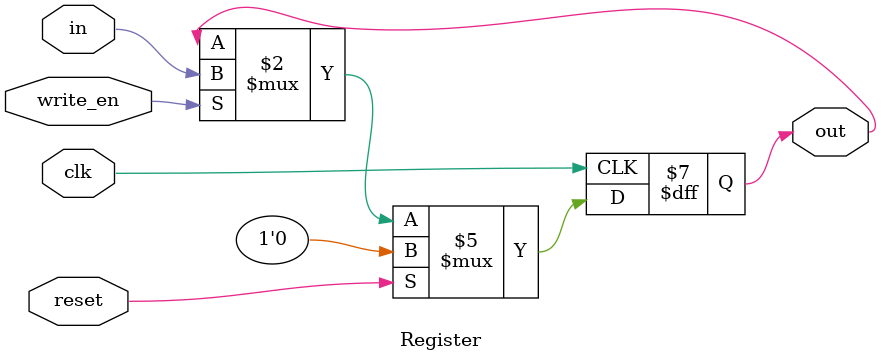
<source format=v>
module Register
#(
    parameter integer LEN = 1 // should be set to LEN_WORD
)
// signals
(
   input clk,
   input reset,
   
   input write_en,
   
   input [LEN - 1: 0] in,
   
   output reg [LEN - 1: 0] out
);

    always @(posedge clk) begin
        if (reset)
            out <= 0;
            
        else if (write_en)
            out <= in;
            
    end

endmodule // Register

</source>
